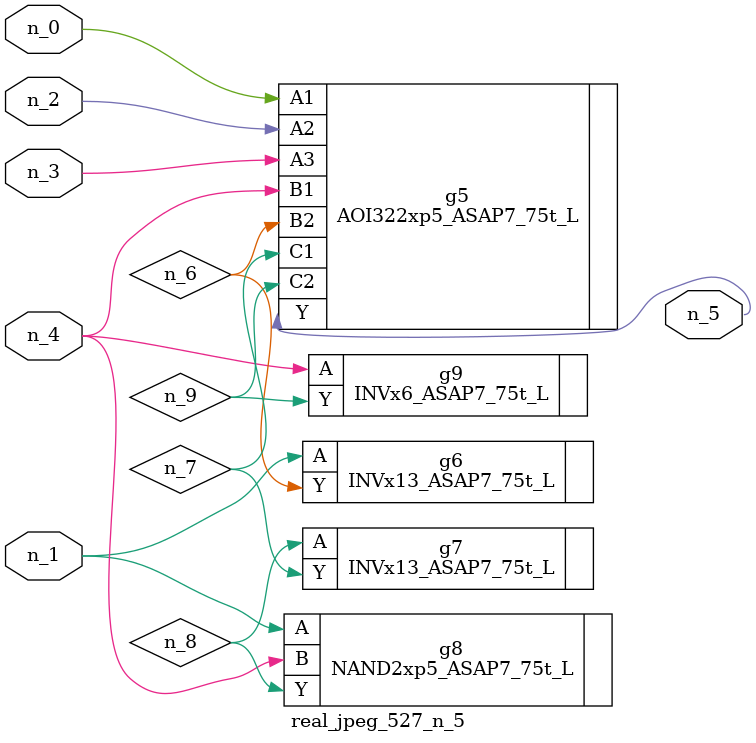
<source format=v>
module real_jpeg_527_n_5 (n_4, n_0, n_1, n_2, n_3, n_5);

input n_4;
input n_0;
input n_1;
input n_2;
input n_3;

output n_5;

wire n_8;
wire n_6;
wire n_7;
wire n_9;

AOI322xp5_ASAP7_75t_L g5 ( 
.A1(n_0),
.A2(n_2),
.A3(n_3),
.B1(n_4),
.B2(n_6),
.C1(n_7),
.C2(n_9),
.Y(n_5)
);

INVx13_ASAP7_75t_L g6 ( 
.A(n_1),
.Y(n_6)
);

NAND2xp5_ASAP7_75t_L g8 ( 
.A(n_1),
.B(n_4),
.Y(n_8)
);

INVx6_ASAP7_75t_L g9 ( 
.A(n_4),
.Y(n_9)
);

INVx13_ASAP7_75t_L g7 ( 
.A(n_8),
.Y(n_7)
);


endmodule
</source>
